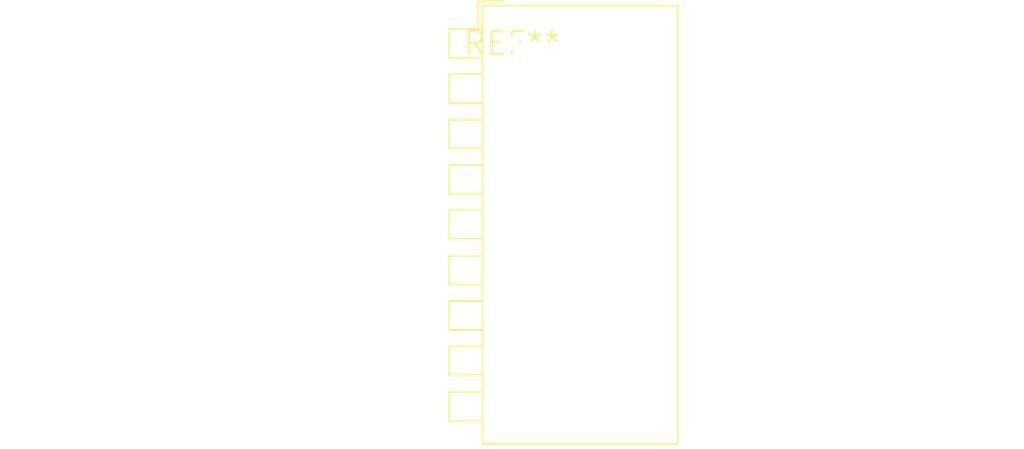
<source format=kicad_pcb>
(kicad_pcb (version 20240108) (generator pcbnew)
  (layers (0 "F.Cu" signal) (31 "B.Cu" signal) (34 "B.Paste" user) (35 "F.Paste" user) (36 "B.SilkS" user "B.Silkscreen") (37 "F.SilkS" user "F.Silkscreen") (38 "B.Mask" user) (39 "F.Mask" user) (44 "Edge.Cuts" user))
  (net 0 "")
  (footprint "SW_DIP_SPSTx09_Piano_10.8x24.42mm_W7.62mm_P2.54mm" (layer "F.Cu") (at 0 0)
    (property "Reference" "REF**")
    (property "Value" "SW_DIP_SPSTx09_Piano_10.8x24.42mm_W7.62mm_P2.54mm")
    (fp_line (start -3.51 -0.81) (end -3.51 0.81) (layer "F.SilkS") (stroke (width 0.12)))
    (fp_line (start -3.51 -0.81) (end -1.65 -0.81) (layer "F.SilkS") (stroke (width 0.12)))
    (fp_line (start -3.51 0.81) (end -1.65 0.81) (layer "F.SilkS") (stroke (width 0.12)))
    (fp_line (start -3.51 1.73) (end -3.51 3.35) (layer "F.SilkS") (stroke (width 0.12)))
    (fp_line (start -3.51 1.73) (end -1.65 1.73) (layer "F.SilkS") (stroke (width 0.12)))
    (fp_line (start -3.51 3.35) (end -1.65 3.35) (layer "F.SilkS") (stroke (width 0.12)))
    (fp_line (start -3.51 4.27) (end -3.51 5.89) (layer "F.SilkS") (stroke (width 0.12)))
    (fp_line (start -3.51 4.27) (end -1.65 4.27) (layer "F.SilkS") (stroke (width 0.12)))
    (fp_line (start -3.51 5.89) (end -1.65 5.89) (layer "F.SilkS") (stroke (width 0.12)))
    (fp_line (start -3.51 6.81) (end -3.51 8.43) (layer "F.SilkS") (stroke (width 0.12)))
    (fp_line (start -3.51 6.81) (end -1.65 6.81) (layer "F.SilkS") (stroke (width 0.12)))
    (fp_line (start -3.51 8.43) (end -1.65 8.43) (layer "F.SilkS") (stroke (width 0.12)))
    (fp_line (start -3.51 9.35) (end -3.51 10.97) (layer "F.SilkS") (stroke (width 0.12)))
    (fp_line (start -3.51 9.35) (end -1.65 9.35) (layer "F.SilkS") (stroke (width 0.12)))
    (fp_line (start -3.51 10.97) (end -1.65 10.97) (layer "F.SilkS") (stroke (width 0.12)))
    (fp_line (start -3.51 11.89) (end -3.51 13.51) (layer "F.SilkS") (stroke (width 0.12)))
    (fp_line (start -3.51 11.89) (end -1.65 11.89) (layer "F.SilkS") (stroke (width 0.12)))
    (fp_line (start -3.51 13.51) (end -1.65 13.51) (layer "F.SilkS") (stroke (width 0.12)))
    (fp_line (start -3.51 14.43) (end -3.51 16.05) (layer "F.SilkS") (stroke (width 0.12)))
    (fp_line (start -3.51 14.43) (end -1.65 14.43) (layer "F.SilkS") (stroke (width 0.12)))
    (fp_line (start -3.51 16.05) (end -1.65 16.05) (layer "F.SilkS") (stroke (width 0.12)))
    (fp_line (start -3.51 16.971) (end -3.51 18.591) (layer "F.SilkS") (stroke (width 0.12)))
    (fp_line (start -3.51 16.971) (end -1.65 16.971) (layer "F.SilkS") (stroke (width 0.12)))
    (fp_line (start -3.51 18.591) (end -1.65 18.591) (layer "F.SilkS") (stroke (width 0.12)))
    (fp_line (start -3.51 19.51) (end -3.51 21.131) (layer "F.SilkS") (stroke (width 0.12)))
    (fp_line (start -3.51 19.51) (end -1.65 19.51) (layer "F.SilkS") (stroke (width 0.12)))
    (fp_line (start -3.51 21.131) (end -1.65 21.131) (layer "F.SilkS") (stroke (width 0.12)))
    (fp_line (start -1.89 -2.35) (end -1.89 -0.967) (layer "F.SilkS") (stroke (width 0.12)))
    (fp_line (start -1.89 -2.35) (end -0.507 -2.35) (layer "F.SilkS") (stroke (width 0.12)))
    (fp_line (start -1.65 -2.11) (end -1.65 22.431) (layer "F.SilkS") (stroke (width 0.12)))
    (fp_line (start -1.65 -2.11) (end 9.27 -2.11) (layer "F.SilkS") (stroke (width 0.12)))
    (fp_line (start -1.65 -0.81) (end -1.65 0.81) (layer "F.SilkS") (stroke (width 0.12)))
    (fp_line (start -1.65 1.73) (end -1.65 3.35) (layer "F.SilkS") (stroke (width 0.12)))
    (fp_line (start -1.65 4.27) (end -1.65 5.89) (layer "F.SilkS") (stroke (width 0.12)))
    (fp_line (start -1.65 6.81) (end -1.65 8.43) (layer "F.SilkS") (stroke (width 0.12)))
    (fp_line (start -1.65 9.35) (end -1.65 10.97) (layer "F.SilkS") (stroke (width 0.12)))
    (fp_line (start -1.65 11.89) (end -1.65 13.51) (layer "F.SilkS") (stroke (width 0.12)))
    (fp_line (start -1.65 14.43) (end -1.65 16.05) (layer "F.SilkS") (stroke (width 0.12)))
    (fp_line (start -1.65 16.971) (end -1.65 18.591) (layer "F.SilkS") (stroke (width 0.12)))
    (fp_line (start -1.65 19.51) (end -1.65 21.131) (layer "F.SilkS") (stroke (width 0.12)))
    (fp_line (start -1.65 22.431) (end 9.27 22.431) (layer "F.SilkS") (stroke (width 0.12)))
    (fp_line (start 9.27 -2.11) (end 9.27 22.431) (layer "F.SilkS") (stroke (width 0.12)))
    (pad "1" thru_hole rect (at 0 0) (size 1.6 1.6) (drill 0.8) (layers *.Cu *.Mask) (remove_unused_layers))
    (pad "2" thru_hole oval (at 0 2.54) (size 1.6 1.6) (drill 0.8) (layers *.Cu *.Mask) (remove_unused_layers))
    (pad "3" thru_hole oval (at 0 5.08) (size 1.6 1.6) (drill 0.8) (layers *.Cu *.Mask) (remove_unused_layers))
    (pad "4" thru_hole oval (at 0 7.62) (size 1.6 1.6) (drill 0.8) (layers *.Cu *.Mask) (remove_unused_layers))
    (pad "5" thru_hole oval (at 0 10.16) (size 1.6 1.6) (drill 0.8) (layers *.Cu *.Mask) (remove_unused_layers))
    (pad "6" thru_hole oval (at 0 12.7) (size 1.6 1.6) (drill 0.8) (layers *.Cu *.Mask) (remove_unused_layers))
    (pad "7" thru_hole oval (at 0 15.24) (size 1.6 1.6) (drill 0.8) (layers *.Cu *.Mask) (remove_unused_layers))
    (pad "8" thru_hole oval (at 0 17.78) (size 1.6 1.6) (drill 0.8) (layers *.Cu *.Mask) (remove_unused_layers))
    (pad "9" thru_hole oval (at 0 20.32) (size 1.6 1.6) (drill 0.8) (layers *.Cu *.Mask) (remove_unused_layers))
    (pad "10" thru_hole oval (at 7.62 20.32) (size 1.6 1.6) (drill 0.8) (layers *.Cu *.Mask) (remove_unused_layers))
    (pad "11" thru_hole oval (at 7.62 17.78) (size 1.6 1.6) (drill 0.8) (layers *.Cu *.Mask) (remove_unused_layers))
    (pad "12" thru_hole oval (at 7.62 15.24) (size 1.6 1.6) (drill 0.8) (layers *.Cu *.Mask) (remove_unused_layers))
    (pad "13" thru_hole oval (at 7.62 12.7) (size 1.6 1.6) (drill 0.8) (layers *.Cu *.Mask) (remove_unused_layers))
    (pad "14" thru_hole oval (at 7.62 10.16) (size 1.6 1.6) (drill 0.8) (layers *.Cu *.Mask) (remove_unused_layers))
    (pad "15" thru_hole oval (at 7.62 7.62) (size 1.6 1.6) (drill 0.8) (layers *.Cu *.Mask) (remove_unused_layers))
    (pad "16" thru_hole oval (at 7.62 5.08) (size 1.6 1.6) (drill 0.8) (layers *.Cu *.Mask) (remove_unused_layers))
    (pad "17" thru_hole oval (at 7.62 2.54) (size 1.6 1.6) (drill 0.8) (layers *.Cu *.Mask) (remove_unused_layers))
    (pad "18" thru_hole oval (at 7.62 0) (size 1.6 1.6) (drill 0.8) (layers *.Cu *.Mask) (remove_unused_layers))
  )
)
</source>
